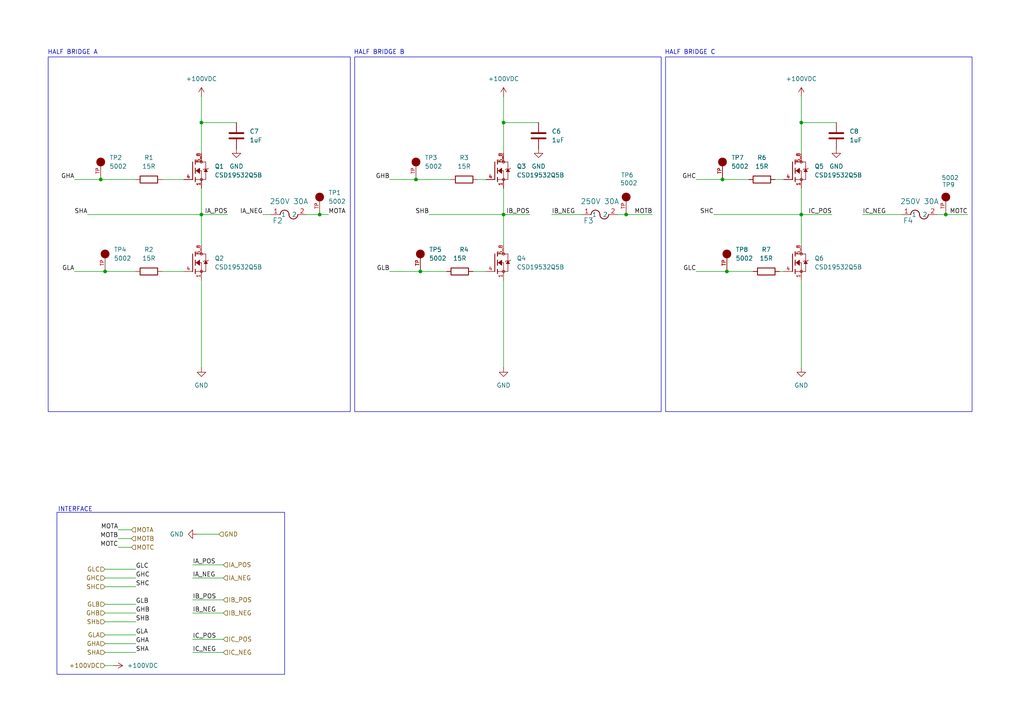
<source format=kicad_sch>
(kicad_sch (version 20250114) (generator "eeschema") (generator_version "9.0")
  (paper "A4")
  (lib_symbols
    (symbol "2025-02-24_21-09-15:0463030.ER" (pin_names (offset 0.254))
      (property "Reference" "F" (at 5.08 3.175 0))
      (property "Value" "0463030.ER" (at 5.08 -3.175 0))
      (symbol "0463030.ER_1_1"
        (arc (start 2.54 0) (mid 3.81 1.2645) (end 5.08 0) (stroke (width 0.254)))
        (arc (start 7.62 0) (mid 6.35 -1.2645) (end 5.08 0) (stroke (width 0.254)))
        (pin unspecified line (at 0 0 0) (length 2.54) (name "1") (number "1"))
        (pin unspecified line (at 10.16 0 180) (length 2.54) (name "2") (number "2"))
      )
      (symbol "0463030.ER_1_2"
        (arc (start 0 7.62) (mid 1.2645 6.35) (end 0 5.08) (stroke (width 0.254)))
        (arc (start 0 2.54) (mid -1.2645 3.81) (end 0 5.08) (stroke (width 0.254)))
        (pin unspecified line (at 0 10.16 270) (length 2.54) (name "2") (number "2"))
        (pin unspecified line (at 0 0 90) (length 2.54) (name "1") (number "1"))
      )
    )
    (symbol "5002:5002" (pin_names (offset 1.016))
      (property "Reference" "TP" (at -2.5444 2.5415 0))
      (property "Value" "5002" (at -2.55 -5.0866 0))
      (symbol "5002_0_0"
        (circle (center 0 0) (radius 0.635) (stroke (width 1.27)))
        (pin passive line (at -5.08 0 0) (length 5.08) (name "~") (number "TP"))
      )
    )
    (symbol "CSD19532Q5B:CSD19532Q5B" (pin_names (offset 1.016))
      (property "Reference" "Q" (at -8.89 2.54 0))
      (property "Value" "CSD19532Q5B" (at -8.89 -7.62 0))
      (symbol "CSD19532Q5B_0_0"
        (polyline (pts (xy 0 2.54) (xy 0 -2.54)) (stroke (width 0.254)))
        (polyline (pts (xy 0.762 3.175) (xy 0.762 2.54)) (stroke (width 0.254)))
        (polyline (pts (xy 0.762 2.54) (xy 0.762 1.905)) (stroke (width 0.254)))
        (polyline (pts (xy 0.762 2.54) (xy 3.81 2.54)) (stroke (width 0.1524)))
        (polyline (pts (xy 0.762 0.762) (xy 0.762 0)) (stroke (width 0.254)))
        (polyline (pts (xy 0.762 0) (xy 0.762 -0.762)) (stroke (width 0.254)))
        (polyline (pts (xy 0.762 0) (xy 2.54 0)) (stroke (width 0.1524)))
        (polyline (pts (xy 0.762 -1.905) (xy 0.762 -2.54)) (stroke (width 0.254)))
        (polyline (pts (xy 0.762 -2.54) (xy 0.762 -3.175)) (stroke (width 0.254)))
        (polyline (pts (xy 1.016 0) (xy 2.032 0.762) (xy 2.032 -0.762) (xy 1.016 0)) (stroke (width 0.1524)) (fill (type outline)))
        (circle (center 2.54 2.54) (radius 0.3592))
        (polyline (pts (xy 2.54 0) (xy 2.54 -2.54)) (stroke (width 0.1524)))
        (polyline (pts (xy 2.54 -2.54) (xy 0.762 -2.54)) (stroke (width 0.1524)))
        (polyline (pts (xy 2.54 -2.54) (xy 3.81 -2.54)) (stroke (width 0.1524)))
        (circle (center 2.54 -2.54) (radius 0.3592))
        (polyline (pts (xy 3.302 0.508) (xy 3.048 0.254)) (stroke (width 0.1524)))
        (polyline (pts (xy 3.81 2.54) (xy 3.81 0.508)) (stroke (width 0.1524)))
        (polyline (pts (xy 3.81 0.508) (xy 3.302 0.508)) (stroke (width 0.1524)))
        (polyline (pts (xy 3.81 0.508) (xy 3.81 -2.54)) (stroke (width 0.1524)))
        (polyline (pts (xy 3.81 0.508) (xy 3.302 -0.254) (xy 4.318 -0.254) (xy 3.81 0.508)) (stroke (width 0.1524)) (fill (type outline)))
        (polyline (pts (xy 4.318 0.508) (xy 3.81 0.508)) (stroke (width 0.1524)))
        (polyline (pts (xy 4.572 0.762) (xy 4.318 0.508)) (stroke (width 0.1524)))
        (pin passive line (at -2.54 -2.54 0) (length 2.54) (name "~") (number "4"))
        (pin passive line (at 2.54 5.08 270) (length 2.54) (name "~") (number "5_8"))
        (pin passive line (at 2.54 -5.08 90) (length 2.54) (name "~") (number "1"))
      )
    )
    (symbol "Device:C" (pin_numbers (hide yes)) (pin_names (offset 0.254))
      (property "Reference" "C" (at 0.635 2.54 0))
      (property "Value" "C" (at 0.635 -2.54 0))
      (symbol "C_0_1"
        (polyline (pts (xy -2.032 0.762) (xy 2.032 0.762)) (stroke (width 0.508)))
        (polyline (pts (xy -2.032 -0.762) (xy 2.032 -0.762)) (stroke (width 0.508)))
      )
      (symbol "C_1_1"
        (pin passive line (at 0 3.81 270) (length 2.794) (name "~") (number "1"))
        (pin passive line (at 0 -3.81 90) (length 2.794) (name "~") (number "2"))
      )
    )
    (symbol "Device:R" (pin_numbers (hide yes)) (pin_names (offset 0))
      (property "Reference" "R" (at 2.032 0 90))
      (property "Value" "R" (at 0 0 90))
      (symbol "R_0_1"
        (rectangle (start -1.016 -2.54) (end 1.016 2.54) (stroke (width 0.254)))
      )
      (symbol "R_1_1"
        (pin passive line (at 0 3.81 270) (length 1.27) (name "~") (number "1"))
        (pin passive line (at 0 -3.81 90) (length 1.27) (name "~") (number "2"))
      )
    )
    (symbol "power:+12V" (power) (pin_numbers (hide yes)) (pin_names (offset 0) (hide yes))
      (property "Value" "+12V" (at 0 3.556 0))
      (symbol "+12V_0_1"
        (polyline (pts (xy -0.762 1.27) (xy 0 2.54)))
        (polyline (pts (xy 0 2.54) (xy 0.762 1.27)))
        (polyline (pts (xy 0 0) (xy 0 2.54)))
      )
      (symbol "+12V_1_1"
        (pin power_in line (at 0 0 90) (length 0) (name "~") (number "1"))
      )
    )
    (symbol "power:GND" (power) (pin_numbers (hide yes)) (pin_names (offset 0) (hide yes))
      (property "Value" "GND" (at 0 -3.81 0))
      (symbol "GND_0_1"
        (polyline (pts (xy 0 0) (xy 0 -1.27) (xy 1.27 -1.27) (xy 0 -2.54) (xy -1.27 -1.27) (xy 0 -1.27)))
      )
      (symbol "GND_1_1"
        (pin power_in line (at 0 0 270) (length 0) (name "~") (number "1"))
      )
    )
  )
  (rectangle (start 193.04 16.51) (end 281.94 119.38))
  (rectangle (start 16.51 148.59) (end 82.55 195.58))
  (rectangle (start 13.97 16.51) (end 101.6 119.38))
  (rectangle (start 102.87 16.51) (end 191.77 119.38))
  (text "HALF BRIDGE B\n" (at 109.982 15.24 0) (effects (font (size 1.27 1.27))))
  (text "HALF BRIDGE A\n" (at 21.082 15.24 0) (effects (font (size 1.27 1.27))))
  (text "INTERFACE\n" (at 21.844 147.828 0) (effects (font (size 1.27 1.27))))
  (text "HALF BRIDGE C\n" (at 200.152 15.24 0) (effects (font (size 1.27 1.27))))
  (junction (at 146.05 35.56))
  (junction (at 274.32 62.23))
  (junction (at 232.41 62.23))
  (junction (at 58.42 35.56))
  (junction (at 29.21 52.07))
  (junction (at 209.55 52.07))
  (junction (at 210.82 78.74))
  (junction (at 181.61 62.23))
  (junction (at 92.71 62.23))
  (junction (at 30.48 78.74))
  (junction (at 146.05 62.23))
  (junction (at 232.41 35.56))
  (junction (at 121.92 78.74))
  (junction (at 58.42 62.23))
  (junction (at 120.65 52.07))
  (wire (pts (xy 121.92 78.74) (xy 129.54 78.74)))
  (wire (pts (xy 38.1 158.75) (xy 34.29 158.75)))
  (wire (pts (xy 55.88 163.83) (xy 64.77 163.83)))
  (wire (pts (xy 39.37 175.26) (xy 30.48 175.26)))
  (wire (pts (xy 210.82 78.74) (xy 218.44 78.74)))
  (wire (pts (xy 146.05 62.23) (xy 146.05 71.12)))
  (wire (pts (xy 146.05 27.94) (xy 146.05 35.56)))
  (wire (pts (xy 232.41 35.56) (xy 232.41 44.45)))
  (wire (pts (xy 33.02 193.04) (xy 30.48 193.04)))
  (wire (pts (xy 46.99 52.07) (xy 53.34 52.07)))
  (wire (pts (xy 124.46 62.23) (xy 146.05 62.23)))
  (wire (pts (xy 232.41 62.23) (xy 232.41 71.12)))
  (wire (pts (xy 55.88 173.99) (xy 64.77 173.99)))
  (wire (pts (xy 46.99 78.74) (xy 53.34 78.74)))
  (wire (pts (xy 58.42 62.23) (xy 66.04 62.23)))
  (wire (pts (xy 39.37 189.23) (xy 30.48 189.23)))
  (wire (pts (xy 160.02 62.23) (xy 168.91 62.23)))
  (wire (pts (xy 242.57 35.56) (xy 232.41 35.56)))
  (wire (pts (xy 146.05 35.56) (xy 146.05 44.45)))
  (wire (pts (xy 138.43 52.07) (xy 140.97 52.07)))
  (wire (pts (xy 30.48 78.74) (xy 39.37 78.74)))
  (wire (pts (xy 58.42 62.23) (xy 58.42 71.12)))
  (wire (pts (xy 58.42 27.94) (xy 58.42 35.56)))
  (wire (pts (xy 146.05 54.61) (xy 146.05 62.23)))
  (wire (pts (xy 181.61 62.23) (xy 189.23 62.23)))
  (wire (pts (xy 232.41 54.61) (xy 232.41 62.23)))
  (wire (pts (xy 271.78 62.23) (xy 274.32 62.23)))
  (wire (pts (xy 38.1 156.21) (xy 34.29 156.21)))
  (wire (pts (xy 39.37 186.69) (xy 30.48 186.69)))
  (wire (pts (xy 63.5 154.94) (xy 57.15 154.94)))
  (wire (pts (xy 250.19 62.23) (xy 261.62 62.23)))
  (wire (pts (xy 21.59 52.07) (xy 29.21 52.07)))
  (wire (pts (xy 232.41 27.94) (xy 232.41 35.56)))
  (wire (pts (xy 39.37 170.18) (xy 30.48 170.18)))
  (wire (pts (xy 156.21 35.56) (xy 146.05 35.56)))
  (wire (pts (xy 55.88 189.23) (xy 64.77 189.23)))
  (wire (pts (xy 201.93 52.07) (xy 209.55 52.07)))
  (wire (pts (xy 55.88 177.8) (xy 64.77 177.8)))
  (wire (pts (xy 39.37 167.64) (xy 30.48 167.64)))
  (wire (pts (xy 39.37 180.34) (xy 30.48 180.34)))
  (wire (pts (xy 55.88 185.42) (xy 64.77 185.42)))
  (wire (pts (xy 146.05 81.28) (xy 146.05 106.68)))
  (wire (pts (xy 201.93 78.74) (xy 210.82 78.74)))
  (wire (pts (xy 39.37 184.15) (xy 30.48 184.15)))
  (wire (pts (xy 113.03 52.07) (xy 120.65 52.07)))
  (wire (pts (xy 232.41 62.23) (xy 241.3 62.23)))
  (wire (pts (xy 120.65 52.07) (xy 130.81 52.07)))
  (wire (pts (xy 224.79 52.07) (xy 227.33 52.07)))
  (wire (pts (xy 137.16 78.74) (xy 140.97 78.74)))
  (wire (pts (xy 39.37 177.8) (xy 30.48 177.8)))
  (wire (pts (xy 38.1 153.67) (xy 34.29 153.67)))
  (wire (pts (xy 55.88 167.64) (xy 64.77 167.64)))
  (wire (pts (xy 21.59 78.74) (xy 30.48 78.74)))
  (wire (pts (xy 226.06 78.74) (xy 227.33 78.74)))
  (wire (pts (xy 232.41 81.28) (xy 232.41 106.68)))
  (wire (pts (xy 29.21 52.07) (xy 39.37 52.07)))
  (wire (pts (xy 58.42 81.28) (xy 58.42 106.68)))
  (wire (pts (xy 58.42 54.61) (xy 58.42 62.23)))
  (wire (pts (xy 92.71 62.23) (xy 95.25 62.23)))
  (wire (pts (xy 209.55 52.07) (xy 217.17 52.07)))
  (wire (pts (xy 76.2 62.23) (xy 78.74 62.23)))
  (wire (pts (xy 146.05 62.23) (xy 153.67 62.23)))
  (wire (pts (xy 58.42 35.56) (xy 58.42 44.45)))
  (wire (pts (xy 39.37 165.1) (xy 30.48 165.1)))
  (wire (pts (xy 113.03 78.74) (xy 121.92 78.74)))
  (wire (pts (xy 68.58 35.56) (xy 58.42 35.56)))
  (wire (pts (xy 179.07 62.23) (xy 181.61 62.23)))
  (wire (pts (xy 274.32 62.23) (xy 280.67 62.23)))
  (wire (pts (xy 25.4 62.23) (xy 58.42 62.23)))
  (wire (pts (xy 207.01 62.23) (xy 232.41 62.23)))
  (wire (pts (xy 88.9 62.23) (xy 92.71 62.23)))
  (label "SHB" (at 124.46 62.23 180))
  (label "IC_POS" (at 55.88 185.42 0))
  (label "MOTB" (at 189.23 62.23 180))
  (label "GHB" (at 39.37 177.8 0))
  (label "GHA" (at 39.37 186.69 0))
  (label "GLC" (at 201.93 78.74 180))
  (label "SHA" (at 39.37 189.23 0))
  (label "IC_POS" (at 241.3 62.23 180))
  (label "GHC" (at 39.37 167.64 0))
  (label "IB_POS" (at 55.88 173.99 0))
  (label "GLB" (at 39.37 175.26 0))
  (label "GLB" (at 113.03 78.74 180))
  (label "GHB" (at 113.03 52.07 180))
  (label "MOTC" (at 34.29 158.75 180))
  (label "MOTC" (at 280.67 62.23 180))
  (label "IB_NEG" (at 160.02 62.23 0))
  (label "SHA" (at 25.4 62.23 180))
  (label "IC_NEG" (at 55.88 189.23 0))
  (label "IB_NEG" (at 55.88 177.8 0))
  (label "MOTA" (at 95.25 62.23 0))
  (label "IB_POS" (at 153.67 62.23 180))
  (label "GHA" (at 21.59 52.07 180))
  (label "MOTA" (at 34.29 153.67 180))
  (label "GHC" (at 201.93 52.07 180))
  (label "IA_NEG" (at 55.88 167.64 0))
  (label "IC_NEG" (at 250.19 62.23 0))
  (label "SHC" (at 207.01 62.23 180))
  (label "IA_POS" (at 55.88 163.83 0))
  (label "GLA" (at 21.59 78.74 180))
  (label "GLC" (at 39.37 165.1 0))
  (label "IA_NEG" (at 76.2 62.23 180))
  (label "MOTB" (at 34.29 156.21 180))
  (label "GLA" (at 39.37 184.15 0))
  (label "IA_POS" (at 66.04 62.23 180))
  (label "SHB" (at 39.37 180.34 0))
  (label "SHC" (at 39.37 170.18 0))
  (hierarchical_label "MOTC" (shape input) (at 38.1 158.75 0))
  (hierarchical_label "IB_NEG" (shape input) (at 64.77 177.8 0))
  (hierarchical_label "GLC" (shape input) (at 30.48 165.1 180))
  (hierarchical_label "GHC" (shape input) (at 30.48 167.64 180))
  (hierarchical_label "IC_POS" (shape input) (at 64.77 185.42 0))
  (hierarchical_label "GHA" (shape input) (at 30.48 186.69 180))
  (hierarchical_label "GHB" (shape input) (at 30.48 177.8 180))
  (hierarchical_label "MOTA" (shape input) (at 38.1 153.67 0))
  (hierarchical_label "IA_POS" (shape input) (at 64.77 163.83 0))
  (hierarchical_label "SHb" (shape input) (at 30.48 180.34 180))
  (hierarchical_label "MOTB" (shape input) (at 38.1 156.21 0))
  (hierarchical_label "IC_NEG" (shape input) (at 64.77 189.23 0))
  (hierarchical_label "IB_POS" (shape input) (at 64.77 173.99 0))
  (hierarchical_label "GND" (shape input) (at 63.5 154.94 0))
  (hierarchical_label "GLB" (shape input) (at 30.48 175.26 180))
  (hierarchical_label "SHC" (shape input) (at 30.48 170.18 180))
  (hierarchical_label "SHA" (shape input) (at 30.48 189.23 180))
  (hierarchical_label "IA_NEG" (shape input) (at 64.77 167.64 0))
  (hierarchical_label "+100VDC" (shape input) (at 30.48 193.04 180))
  (hierarchical_label "GLA" (shape input) (at 30.48 184.15 180))
  (symbol (lib_id "5002:5002") (at 274.32 57.15 90) (unit 1)
    (property "Reference" "TP9" (at 273.304 53.594 90) (effects (justify right)))
    (property "Value" "5002" (at 273.05 51.562 90) (effects (justify right)))
    (property "Footprint" "5002 (1):KEYSTONE_5002" (effects (hide yes)))
    (property "PARTREV" "H" (effects (hide yes)))
    (property "STANDARD" "Manufacturer Recommendations" (effects (hide yes)))
    (property "SNAPEDA_PN" "5000" (effects (hide yes)))
    (property "MAXIMUM_PACKAGE_HEIGHT" "4.57 mm" (effects (hide yes)))
    (property "MANUFACTURER" "Keystone" (effects (hide yes)))
  )
  (symbol (lib_id "Device:C") (at 68.58 39.37 0) (unit 1)
    (property "Reference" "C7" (at 72.39 38.0999 0) (effects (justify left)))
    (property "Value" "1uF" (at 72.39 40.6399 0) (effects (justify left)))
    (property "Footprint" "Capacitor_SMD:C_1210_3225Metric" (effects (hide yes)))
    (property "Datasheet" "https://www.digikey.ca/en/products/detail/tdk-corporation/CGA6M2X7R2A105K200AA/2443343" (effects (hide yes)))
    (property "Description" "Unpolarized capacitor" (effects (hide yes)))
    (property "Part Number" "CGA6M2X7R2A105K200AA" (effects (hide yes)))
  )
  (symbol (lib_id "5002:5002") (at 92.71 57.15 90) (unit 1)
    (property "Reference" "TP1" (at 95.25 55.8799 90) (effects (justify right)))
    (property "Value" "5002" (at 95.25 58.4199 90) (effects (justify right)))
    (property "Footprint" "5002 (1):KEYSTONE_5002" (effects (hide yes)))
    (property "PARTREV" "H" (effects (hide yes)))
    (property "STANDARD" "Manufacturer Recommendations" (effects (hide yes)))
    (property "SNAPEDA_PN" "5000" (effects (hide yes)))
    (property "MAXIMUM_PACKAGE_HEIGHT" "4.57 mm" (effects (hide yes)))
    (property "MANUFACTURER" "Keystone" (effects (hide yes)))
  )
  (symbol (lib_id "5002:5002") (at 30.48 73.66 90) (unit 1)
    (property "Reference" "TP4" (at 33.02 72.3899 90) (effects (justify right)))
    (property "Value" "5002" (at 33.02 74.9299 90) (effects (justify right)))
    (property "Footprint" "5002 (1):KEYSTONE_5002" (effects (hide yes)))
    (property "PARTREV" "H" (effects (hide yes)))
    (property "STANDARD" "Manufacturer Recommendations" (effects (hide yes)))
    (property "SNAPEDA_PN" "5000" (effects (hide yes)))
    (property "MAXIMUM_PACKAGE_HEIGHT" "4.57 mm" (effects (hide yes)))
    (property "MANUFACTURER" "Keystone" (effects (hide yes)))
  )
  (symbol (lib_id "Device:R") (at 43.18 52.07 90) (unit 1)
    (property "Reference" "R1" (at 43.18 45.72 90))
    (property "Value" "15R" (at 43.18 48.26 90))
    (property "Footprint" "Resistor_SMD:R_0805_2012Metric" (effects (hide yes)))
    (property "Datasheet" "https://www.digikey.ca/en/products/detail/panasonic-electronic-components/ERJ-6GEYJ150V/82975?s=N4IgTCBcDaIKICUBSBaAbAcTgTSQRgFYAGANRAF0BfIA" (effects (hide yes)))
    (property "Description" "Resistor" (effects (hide yes)))
    (property "Part Number" "ERJ-6GEYJ150V" (effects (hide yes)))
  )
  (symbol (lib_id "2025-02-24_21-09-15:0463030.ER") (at 78.74 62.23 0) (unit 1)
    (property "Reference" "F2" (at 80.518 64.008 0) (effects (font (size 1.524 1.524))))
    (property "Value" "250V 30A" (at 83.82 58.42 0) (effects (font (size 1.524 1.524))))
    (property "Footprint" "0463030.ER:FUSE_0463_LTF" (effects (hide yes)))
    (property "Datasheet" "0463030.ER" (effects (hide yes)))
    (property "Part Number" "0463030.ER" (effects (hide yes)))
  )
  (symbol (lib_id "CSD19532Q5B:CSD19532Q5B") (at 55.88 76.2 0) (unit 1)
    (property "Reference" "Q2" (at 62.23 74.9299 0) (effects (justify left)))
    (property "Value" "CSD19532Q5B" (at 62.23 77.4699 0) (effects (justify left)))
    (property "Footprint" "CSD19532Q5B (1):TRANS_CSD19532Q5B" (effects (hide yes)))
    (property "PARTREV" "B" (effects (hide yes)))
    (property "STANDARD" "Manufacturer Recommendations" (effects (hide yes)))
    (property "MAXIMUM_PACKAGE_HEIGHT" "1.05 mm" (effects (hide yes)))
    (property "MANUFACTURER" "Texas Instruments" (effects (hide yes)))
  )
  (symbol (lib_id "5002:5002") (at 209.55 46.99 90) (unit 1)
    (property "Reference" "TP7" (at 212.09 45.7199 90) (effects (justify right)))
    (property "Value" "5002" (at 212.09 48.2599 90) (effects (justify right)))
    (property "Footprint" "5002 (1):KEYSTONE_5002" (effects (hide yes)))
    (property "PARTREV" "H" (effects (hide yes)))
    (property "STANDARD" "Manufacturer Recommendations" (effects (hide yes)))
    (property "SNAPEDA_PN" "5000" (effects (hide yes)))
    (property "MAXIMUM_PACKAGE_HEIGHT" "4.57 mm" (effects (hide yes)))
    (property "MANUFACTURER" "Keystone" (effects (hide yes)))
  )
  (symbol (lib_id "power:GND") (at 242.57 43.18 0) (unit 1)
    (property "Reference" "#PWR028" (effects (hide yes)))
    (property "Value" "GND" (at 242.57 48.26 0))
    (property "Description" "Power symbol creates a global label with name \"GND\" , ground" (effects (hide yes)))
  )
  (symbol (lib_id "CSD19532Q5B:CSD19532Q5B") (at 229.87 49.53 0) (unit 1)
    (property "Reference" "Q5" (at 236.22 48.2599 0) (effects (justify left)))
    (property "Value" "CSD19532Q5B" (at 236.22 50.7999 0) (effects (justify left)))
    (property "Footprint" "CSD19532Q5B (1):TRANS_CSD19532Q5B" (effects (hide yes)))
    (property "PARTREV" "B" (effects (hide yes)))
    (property "STANDARD" "Manufacturer Recommendations" (effects (hide yes)))
    (property "MAXIMUM_PACKAGE_HEIGHT" "1.05 mm" (effects (hide yes)))
    (property "MANUFACTURER" "Texas Instruments" (effects (hide yes)))
  )
  (symbol (lib_id "5002:5002") (at 29.21 46.99 90) (unit 1)
    (property "Reference" "TP2" (at 31.75 45.7199 90) (effects (justify right)))
    (property "Value" "5002" (at 31.75 48.2599 90) (effects (justify right)))
    (property "Footprint" "5002 (1):KEYSTONE_5002" (effects (hide yes)))
    (property "PARTREV" "H" (effects (hide yes)))
    (property "STANDARD" "Manufacturer Recommendations" (effects (hide yes)))
    (property "SNAPEDA_PN" "5000" (effects (hide yes)))
    (property "MAXIMUM_PACKAGE_HEIGHT" "4.57 mm" (effects (hide yes)))
    (property "MANUFACTURER" "Keystone" (effects (hide yes)))
  )
  (symbol (lib_id "power:GND") (at 146.05 106.68 0) (unit 1)
    (property "Reference" "#PWR023" (effects (hide yes)))
    (property "Value" "GND" (at 146.05 111.76 0))
    (property "Description" "Power symbol creates a global label with name \"GND\" , ground" (effects (hide yes)))
  )
  (symbol (lib_id "2025-02-24_21-09-15:0463030.ER") (at 168.91 62.23 0) (unit 1)
    (property "Reference" "F3" (at 170.688 64.008 0) (effects (font (size 1.524 1.524))))
    (property "Value" "250V 30A" (at 173.99 58.42 0) (effects (font (size 1.524 1.524))))
    (property "Footprint" "0463030.ER:FUSE_0463_LTF" (effects (hide yes)))
    (property "Datasheet" "0463030.ER" (effects (hide yes)))
    (property "Part Number" "0463030.ER" (effects (hide yes)))
  )
  (symbol (lib_id "Device:R") (at 222.25 78.74 90) (unit 1)
    (property "Reference" "R7" (at 222.25 72.39 90))
    (property "Value" "15R" (at 222.25 74.93 90))
    (property "Footprint" "Resistor_SMD:R_0805_2012Metric" (effects (hide yes)))
    (property "Datasheet" "https://www.digikey.ca/en/products/detail/panasonic-electronic-components/ERJ-6GEYJ150V/82975?s=N4IgTCBcDaIKICUBSBaAbAcTgTSQRgFYAGANRAF0BfIA" (effects (hide yes)))
    (property "Description" "Resistor" (effects (hide yes)))
    (property "Part Number" "ERJ-6GEYJ150V" (effects (hide yes)))
  )
  (symbol (lib_id "Device:R") (at 220.98 52.07 90) (unit 1)
    (property "Reference" "R6" (at 220.98 45.72 90))
    (property "Value" "15R" (at 220.98 48.26 90))
    (property "Footprint" "Resistor_SMD:R_0805_2012Metric" (effects (hide yes)))
    (property "Datasheet" "https://www.digikey.ca/en/products/detail/panasonic-electronic-components/ERJ-6GEYJ150V/82975?s=N4IgTCBcDaIKICUBSBaAbAcTgTSQRgFYAGANRAF0BfIA" (effects (hide yes)))
    (property "Description" "Resistor" (effects (hide yes)))
    (property "Part Number" "ERJ-6GEYJ150V" (effects (hide yes)))
  )
  (symbol (lib_id "Device:R") (at 43.18 78.74 90) (unit 1)
    (property "Reference" "R2" (at 43.18 72.39 90))
    (property "Value" "15R" (at 43.18 74.93 90))
    (property "Footprint" "Resistor_SMD:R_0805_2012Metric" (effects (hide yes)))
    (property "Datasheet" "https://www.digikey.ca/en/products/detail/panasonic-electronic-components/ERJ-6GEYJ150V/82975?s=N4IgTCBcDaIKICUBSBaAbAcTgTSQRgFYAGANRAF0BfIA" (effects (hide yes)))
    (property "Description" "Resistor" (effects (hide yes)))
    (property "Part Number" "ERJ-6GEYJ150V" (effects (hide yes)))
  )
  (symbol (lib_id "CSD19532Q5B:CSD19532Q5B") (at 229.87 76.2 0) (unit 1)
    (property "Reference" "Q6" (at 236.22 74.9299 0) (effects (justify left)))
    (property "Value" "CSD19532Q5B" (at 236.22 77.4699 0) (effects (justify left)))
    (property "Footprint" "CSD19532Q5B (1):TRANS_CSD19532Q5B" (effects (hide yes)))
    (property "PARTREV" "B" (effects (hide yes)))
    (property "STANDARD" "Manufacturer Recommendations" (effects (hide yes)))
    (property "MAXIMUM_PACKAGE_HEIGHT" "1.05 mm" (effects (hide yes)))
    (property "MANUFACTURER" "Texas Instruments" (effects (hide yes)))
  )
  (symbol (lib_id "Device:R") (at 134.62 52.07 90) (unit 1)
    (property "Reference" "R3" (at 134.62 45.72 90))
    (property "Value" "15R" (at 134.62 48.26 90))
    (property "Footprint" "Resistor_SMD:R_0805_2012Metric" (effects (hide yes)))
    (property "Datasheet" "https://www.digikey.ca/en/products/detail/panasonic-electronic-components/ERJ-6GEYJ150V/82975?s=N4IgTCBcDaIKICUBSBaAbAcTgTSQRgFYAGANRAF0BfIA" (effects (hide yes)))
    (property "Description" "Resistor" (effects (hide yes)))
    (property "Part Number" "ERJ-6GEYJ150V" (effects (hide yes)))
  )
  (symbol (lib_id "power:GND") (at 232.41 106.68 0) (unit 1)
    (property "Reference" "#PWR027" (effects (hide yes)))
    (property "Value" "GND" (at 232.41 111.76 0))
    (property "Description" "Power symbol creates a global label with name \"GND\" , ground" (effects (hide yes)))
  )
  (symbol (lib_id "power:GND") (at 156.21 43.18 0) (unit 1)
    (property "Reference" "#PWR024" (effects (hide yes)))
    (property "Value" "GND" (at 156.21 48.26 0))
    (property "Description" "Power symbol creates a global label with name \"GND\" , ground" (effects (hide yes)))
  )
  (symbol (lib_id "power:GND") (at 58.42 106.68 0) (unit 1)
    (property "Reference" "#PWR018" (effects (hide yes)))
    (property "Value" "GND" (at 58.42 111.76 0))
    (property "Description" "Power symbol creates a global label with name \"GND\" , ground" (effects (hide yes)))
  )
  (symbol (lib_id "CSD19532Q5B:CSD19532Q5B") (at 55.88 49.53 0) (unit 1)
    (property "Reference" "Q1" (at 62.23 48.2599 0) (effects (justify left)))
    (property "Value" "CSD19532Q5B" (at 62.23 50.7999 0) (effects (justify left)))
    (property "Footprint" "CSD19532Q5B (1):TRANS_CSD19532Q5B" (effects (hide yes)))
    (property "PARTREV" "B" (effects (hide yes)))
    (property "STANDARD" "Manufacturer Recommendations" (effects (hide yes)))
    (property "MAXIMUM_PACKAGE_HEIGHT" "1.05 mm" (effects (hide yes)))
    (property "MANUFACTURER" "Texas Instruments" (effects (hide yes)))
  )
  (symbol (lib_id "power:GND") (at 57.15 154.94 270) (unit 1)
    (property "Reference" "#PWR017" (effects (hide yes)))
    (property "Value" "GND" (at 53.34 154.9401 90) (effects (justify right)))
    (property "Description" "Power symbol creates a global label with name \"GND\" , ground" (effects (hide yes)))
  )
  (symbol (lib_id "power:+12V") (at 232.41 27.94 0) (unit 1)
    (property "Reference" "#PWR026" (effects (hide yes)))
    (property "Value" "+100VDC" (at 232.41 22.86 0))
    (property "Description" "Power symbol creates a global label with name \"+12V\"" (effects (hide yes)))
  )
  (symbol (lib_id "Device:C") (at 156.21 39.37 0) (unit 1)
    (property "Reference" "C6" (at 160.02 38.0999 0) (effects (justify left)))
    (property "Value" "1uF" (at 160.02 40.6399 0) (effects (justify left)))
    (property "Footprint" "Capacitor_SMD:C_1210_3225Metric" (effects (hide yes)))
    (property "Datasheet" "https://www.digikey.ca/en/products/detail/tdk-corporation/CGA6M2X7R2A105K200AA/2443343" (effects (hide yes)))
    (property "Description" "Unpolarized capacitor" (effects (hide yes)))
    (property "Part Number" "CGA6M2X7R2A105K200AA" (effects (hide yes)))
  )
  (symbol (lib_id "5002:5002") (at 121.92 73.66 90) (unit 1)
    (property "Reference" "TP5" (at 124.46 72.3899 90) (effects (justify right)))
    (property "Value" "5002" (at 124.46 74.9299 90) (effects (justify right)))
    (property "Footprint" "5002 (1):KEYSTONE_5002" (effects (hide yes)))
    (property "PARTREV" "H" (effects (hide yes)))
    (property "STANDARD" "Manufacturer Recommendations" (effects (hide yes)))
    (property "SNAPEDA_PN" "5000" (effects (hide yes)))
    (property "MAXIMUM_PACKAGE_HEIGHT" "4.57 mm" (effects (hide yes)))
    (property "MANUFACTURER" "Keystone" (effects (hide yes)))
  )
  (symbol (lib_id "power:+12V") (at 33.02 193.04 270) (unit 1)
    (property "Reference" "#PWR015" (effects (hide yes)))
    (property "Value" "+100VDC" (at 36.83 193.0401 90) (effects (justify left)))
    (property "Description" "Power symbol creates a global label with name \"+12V\"" (effects (hide yes)))
  )
  (symbol (lib_id "power:+12V") (at 146.05 27.94 0) (unit 1)
    (property "Reference" "#PWR022" (effects (hide yes)))
    (property "Value" "+100VDC" (at 146.05 22.86 0))
    (property "Description" "Power symbol creates a global label with name \"+12V\"" (effects (hide yes)))
  )
  (symbol (lib_id "CSD19532Q5B:CSD19532Q5B") (at 143.51 76.2 0) (unit 1)
    (property "Reference" "Q4" (at 149.86 74.9299 0) (effects (justify left)))
    (property "Value" "CSD19532Q5B" (at 149.86 77.4699 0) (effects (justify left)))
    (property "Footprint" "CSD19532Q5B (1):TRANS_CSD19532Q5B" (effects (hide yes)))
    (property "PARTREV" "B" (effects (hide yes)))
    (property "STANDARD" "Manufacturer Recommendations" (effects (hide yes)))
    (property "MAXIMUM_PACKAGE_HEIGHT" "1.05 mm" (effects (hide yes)))
    (property "MANUFACTURER" "Texas Instruments" (effects (hide yes)))
  )
  (symbol (lib_id "power:+12V") (at 58.42 27.94 0) (unit 1)
    (property "Reference" "#PWR016" (effects (hide yes)))
    (property "Value" "+100VDC" (at 58.42 22.86 0))
    (property "Description" "Power symbol creates a global label with name \"+12V\"" (effects (hide yes)))
  )
  (symbol (lib_id "Device:R") (at 133.35 78.74 90) (unit 1)
    (property "Reference" "R4" (at 134.62 72.39 90))
    (property "Value" "15R" (at 133.35 74.93 90))
    (property "Footprint" "Resistor_SMD:R_0805_2012Metric" (effects (hide yes)))
    (property "Datasheet" "https://www.digikey.ca/en/products/detail/panasonic-electronic-components/ERJ-6GEYJ150V/82975?s=N4IgTCBcDaIKICUBSBaAbAcTgTSQRgFYAGANRAF0BfIA" (effects (hide yes)))
    (property "Description" "Resistor" (effects (hide yes)))
    (property "Part Number" "ERJ-6GEYJ150V" (effects (hide yes)))
  )
  (symbol (lib_id "5002:5002") (at 181.61 57.15 90) (unit 1)
    (property "Reference" "TP6" (at 180.086 50.8 90) (effects (justify right)))
    (property "Value" "5002" (at 179.832 53.086 90) (effects (justify right)))
    (property "Footprint" "5002 (1):KEYSTONE_5002" (effects (hide yes)))
    (property "PARTREV" "H" (effects (hide yes)))
    (property "STANDARD" "Manufacturer Recommendations" (effects (hide yes)))
    (property "SNAPEDA_PN" "5000" (effects (hide yes)))
    (property "MAXIMUM_PACKAGE_HEIGHT" "4.57 mm" (effects (hide yes)))
    (property "MANUFACTURER" "Keystone" (effects (hide yes)))
  )
  (symbol (lib_id "5002:5002") (at 210.82 73.66 90) (unit 1)
    (property "Reference" "TP8" (at 213.36 72.3899 90) (effects (justify right)))
    (property "Value" "5002" (at 213.36 74.9299 90) (effects (justify right)))
    (property "Footprint" "5002 (1):KEYSTONE_5002" (effects (hide yes)))
    (property "PARTREV" "H" (effects (hide yes)))
    (property "STANDARD" "Manufacturer Recommendations" (effects (hide yes)))
    (property "SNAPEDA_PN" "5000" (effects (hide yes)))
    (property "MAXIMUM_PACKAGE_HEIGHT" "4.57 mm" (effects (hide yes)))
    (property "MANUFACTURER" "Keystone" (effects (hide yes)))
  )
  (symbol (lib_id "5002:5002") (at 120.65 46.99 90) (unit 1)
    (property "Reference" "TP3" (at 123.19 45.7199 90) (effects (justify right)))
    (property "Value" "5002" (at 123.19 48.2599 90) (effects (justify right)))
    (property "Footprint" "5002 (1):KEYSTONE_5002" (effects (hide yes)))
    (property "PARTREV" "H" (effects (hide yes)))
    (property "STANDARD" "Manufacturer Recommendations" (effects (hide yes)))
    (property "SNAPEDA_PN" "5000" (effects (hide yes)))
    (property "MAXIMUM_PACKAGE_HEIGHT" "4.57 mm" (effects (hide yes)))
    (property "MANUFACTURER" "Keystone" (effects (hide yes)))
  )
  (symbol (lib_id "Device:C") (at 242.57 39.37 0) (unit 1)
    (property "Reference" "C8" (at 246.38 38.0999 0) (effects (justify left)))
    (property "Value" "1uF" (at 246.38 40.6399 0) (effects (justify left)))
    (property "Footprint" "Capacitor_SMD:C_1210_3225Metric" (effects (hide yes)))
    (property "Datasheet" "https://www.digikey.ca/en/products/detail/tdk-corporation/CGA6M2X7R2A105K200AA/2443343" (effects (hide yes)))
    (property "Description" "Unpolarized capacitor" (effects (hide yes)))
    (property "Part Number" "CGA6M2X7R2A105K200AA" (effects (hide yes)))
  )
  (symbol (lib_id "CSD19532Q5B:CSD19532Q5B") (at 143.51 49.53 0) (unit 1)
    (property "Reference" "Q3" (at 149.86 48.2599 0) (effects (justify left)))
    (property "Value" "CSD19532Q5B" (at 149.86 50.7999 0) (effects (justify left)))
    (property "Footprint" "CSD19532Q5B (1):TRANS_CSD19532Q5B" (effects (hide yes)))
    (property "PARTREV" "B" (effects (hide yes)))
    (property "STANDARD" "Manufacturer Recommendations" (effects (hide yes)))
    (property "MAXIMUM_PACKAGE_HEIGHT" "1.05 mm" (effects (hide yes)))
    (property "MANUFACTURER" "Texas Instruments" (effects (hide yes)))
  )
  (symbol (lib_id "2025-02-24_21-09-15:0463030.ER") (at 261.62 62.23 0) (unit 1)
    (property "Reference" "F4" (at 263.398 64.008 0) (effects (font (size 1.524 1.524))))
    (property "Value" "250V 30A" (at 266.7 58.42 0) (effects (font (size 1.524 1.524))))
    (property "Footprint" "0463030.ER:FUSE_0463_LTF" (effects (hide yes)))
    (property "Datasheet" "0463030.ER" (effects (hide yes)))
    (property "Part Number" "0463030.ER" (effects (hide yes)))
  )
  (symbol (lib_id "power:GND") (at 68.58 43.18 0) (unit 1)
    (property "Reference" "#PWR020" (effects (hide yes)))
    (property "Value" "GND" (at 68.58 48.26 0))
    (property "Description" "Power symbol creates a global label with name \"GND\" , ground" (effects (hide yes)))
  )
)
</source>
